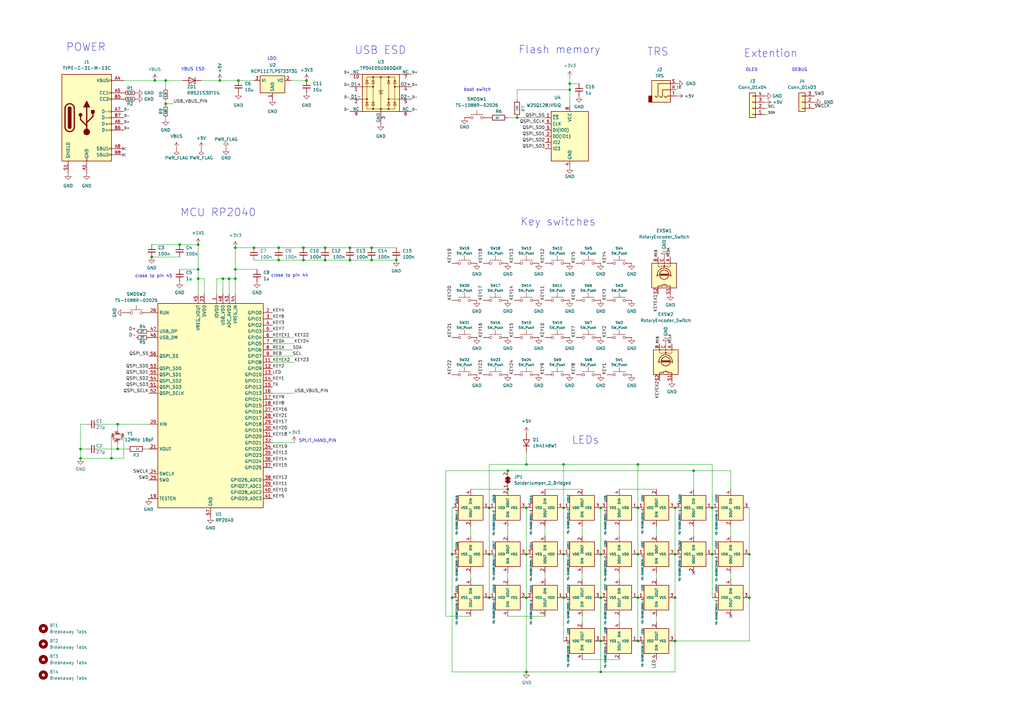
<source format=kicad_sch>
(kicad_sch (version 20250114) (generator "eeschema") (generator_version "9.0")
  (paper "A3")
  (title_block (title "Corne Left") (date "2023-10-07") (rev "4.0.0") (company "foostan"))
  (text "MCU RP2040" (at 73.914 89.154 0) (effects (font (size 3.175 3.175)) (justify left bottom)))
  (text "Key switches" (at 213.36 92.964 0) (effects (font (size 3.175 3.175)) (justify left bottom)))
  (text "OLED" (at 305.816 29.464 0) (effects (font (size 1.27 1.27)) (justify left bottom)))
  (text "close to pin 45" (at 55.372 114.046 0) (effects (font (size 1.27 1.27)) (justify left bottom)))
  (text "DEBUG" (at 324.739 29.464 0) (effects (font (size 1.27 1.27)) (justify left bottom)))
  (text "USB ESD" (at 145.415 22.606 0) (effects (font (size 3.175 3.175)) (justify left bottom)))
  (text "LDO" (at 109.601 24.892 0) (effects (font (size 1.27 1.27)) (justify left bottom)))
  (text "Flash memory" (at 212.598 22.352 0) (effects (font (size 3.175 3.175)) (justify left bottom)))
  (text "POWER\n" (at 27.051 21.336 0) (effects (font (size 3.175 3.175)) (justify left bottom)))
  (text "LEDs" (at 234.442 182.499 0) (effects (font (size 3.175 3.175)) (justify left bottom)))
  (text "Extention" (at 305.054 23.876 0) (effects (font (size 3.175 3.175)) (justify left bottom)))
  (text "TRS" (at 265.43 23.241 0) (effects (font (size 3.175 3.175)) (justify left bottom)))
  (text "VBUS ESD" (at 74.295 29.21 0) (effects (font (size 1.27 1.27)) (justify left bottom)))
  (text "SPLIT_HAND_PIN" (at 122.555 181.61 0) (effects (font (size 1.27 1.27)) (justify left bottom)))
  (text "boot switch" (at 190.119 37.592 0) (effects (font (size 1.27 1.27)) (justify left bottom)))
  (text "close to pin 44" (at 111.125 113.792 0) (effects (font (size 1.27 1.27)) (justify left bottom)))
  (junction (at 215.9 208.28))
  (junction (at 215.9 190.5))
  (junction (at 162.56 106.68))
  (junction (at 276.86 262.89))
  (junction (at 104.14 101.6))
  (junction (at 200.66 245.11))
  (junction (at 231.14 245.11))
  (junction (at 48.26 184.15))
  (junction (at 307.34 245.11))
  (junction (at 81.28 100.33))
  (junction (at 276.86 208.28))
  (junction (at 246.38 262.89))
  (junction (at 284.48 193.04))
  (junction (at 246.38 227.33))
  (junction (at 62.23 105.41))
  (junction (at 215.9 227.33))
  (junction (at 96.52 101.6))
  (junction (at 185.42 245.11))
  (junction (at 97.79 33.02))
  (junction (at 114.3 101.6))
  (junction (at 152.4 106.68))
  (junction (at 152.4 101.6))
  (junction (at 133.35 106.68))
  (junction (at 90.17 33.02))
  (junction (at 133.35 101.6))
  (junction (at 276.86 245.11))
  (junction (at 215.9 245.11))
  (junction (at 261.62 190.5))
  (junction (at 208.28 193.04))
  (junction (at 231.14 227.33))
  (junction (at 246.38 245.11))
  (junction (at 125.73 33.02))
  (junction (at 93.98 114.3))
  (junction (at 73.66 100.33))
  (junction (at 81.28 114.3))
  (junction (at 67.945 42.545))
  (junction (at 48.26 173.99))
  (junction (at 233.68 36.83))
  (junction (at 45.72 187.96))
  (junction (at 212.09 48.26))
  (junction (at 33.02 184.15))
  (junction (at 215.9 275.59))
  (junction (at 33.02 187.96))
  (junction (at 63.5 33.02))
  (junction (at 114.3 106.68))
  (junction (at 261.62 227.33))
  (junction (at 246.38 275.59))
  (junction (at 261.62 208.28))
  (junction (at 91.44 114.3))
  (junction (at 67.945 33.02))
  (junction (at 292.1 227.33))
  (junction (at 231.14 190.5))
  (junction (at 261.62 262.89))
  (junction (at 96.52 114.3))
  (junction (at 307.34 227.33))
  (junction (at 96.52 110.49))
  (junction (at 143.51 106.68))
  (junction (at 261.62 245.11))
  (junction (at 124.46 106.68))
  (junction (at 124.46 101.6))
  (junction (at 200.66 227.33))
  (junction (at 81.28 110.49))
  (junction (at 233.68 34.29))
  (junction (at 231.14 208.28))
  (junction (at 208.28 200.66))
  (junction (at 292.1 208.28))
  (junction (at 276.86 227.33))
  (junction (at 143.51 101.6))
  (junction (at 185.42 227.33))
  (junction (at 200.66 208.28))
  (junction (at 246.38 208.28))
  (no_connect (at 50.8 60.96))
  (no_connect (at 299.72 252.73))
  (no_connect (at 284.48 234.95))
  (no_connect (at 50.8 63.5))
  (wire (pts (xy 261.62 208.28) (xy 261.62 227.33)))
  (wire (pts (xy 91.44 114.3) (xy 93.98 114.3)))
  (wire (pts (xy 62.23 100.33) (xy 73.66 100.33)))
  (wire (pts (xy 96.52 110.49) (xy 105.41 110.49)))
  (wire (pts (xy 261.62 190.5) (xy 292.1 190.5)))
  (wire (pts (xy 233.68 34.29) (xy 233.68 36.83)))
  (wire (pts (xy 133.35 106.68) (xy 143.51 106.68)))
  (wire (pts (xy 185.42 227.33) (xy 185.42 245.11)))
  (wire (pts (xy 83.82 114.3) (xy 81.28 114.3)))
  (wire (pts (xy 233.68 36.83) (xy 233.68 43.18)))
  (wire (pts (xy 276.86 208.28) (xy 276.86 227.33)))
  (wire (pts (xy 111.76 138.43) (xy 120.65 138.43)))
  (wire (pts (xy 81.28 110.49) (xy 81.28 114.3)))
  (wire (pts (xy 33.02 187.96) (xy 45.72 187.96)))
  (wire (pts (xy 104.14 101.6) (xy 114.3 101.6)))
  (wire (pts (xy 299.72 234.95) (xy 299.72 237.49)))
  (wire (pts (xy 96.52 120.65) (xy 96.52 114.3)))
  (wire (pts (xy 185.42 275.59) (xy 215.9 275.59)))
  (wire (pts (xy 48.26 184.15) (xy 48.26 181.61)))
  (wire (pts (xy 231.14 245.11) (xy 231.14 262.89)))
  (wire (pts (xy 246.38 245.11) (xy 246.38 262.89)))
  (wire (pts (xy 208.28 48.26) (xy 212.09 48.26)))
  (wire (pts (xy 45.72 179.07) (xy 45.72 187.96)))
  (wire (pts (xy 246.38 227.33) (xy 246.38 245.11)))
  (wire (pts (xy 111.76 161.29) (xy 120.65 161.29)))
  (wire (pts (xy 67.945 33.02) (xy 74.93 33.02)))
  (wire (pts (xy 212.09 36.83) (xy 212.09 40.64)))
  (wire (pts (xy 143.51 106.68) (xy 152.4 106.68)))
  (wire (pts (xy 292.1 227.33) (xy 292.1 245.11)))
  (wire (pts (xy 254 270.51) (xy 238.76 270.51)))
  (wire (pts (xy 182.88 193.04) (xy 182.88 252.73)))
  (wire (pts (xy 114.3 101.6) (xy 124.46 101.6)))
  (wire (pts (xy 124.46 106.68) (xy 133.35 106.68)))
  (wire (pts (xy 182.88 193.04) (xy 208.28 193.04)))
  (wire (pts (xy 111.76 143.51) (xy 120.015 143.51)))
  (wire (pts (xy 261.62 190.5) (xy 261.62 208.28)))
  (wire (pts (xy 96.52 110.49) (xy 96.52 114.3)))
  (wire (pts (xy 314.96 44.45) (xy 313.69 44.45)))
  (wire (pts (xy 231.14 190.5) (xy 261.62 190.5)))
  (wire (pts (xy 208.28 193.04) (xy 284.48 193.04)))
  (wire (pts (xy 91.44 114.3) (xy 91.44 120.65)))
  (wire (pts (xy 299.72 193.04) (xy 299.72 200.66)))
  (wire (pts (xy 33.02 184.15) (xy 33.02 187.96)))
  (wire (pts (xy 238.76 219.71) (xy 238.76 215.9)))
  (wire (pts (xy 59.69 184.15) (xy 60.96 184.15)))
  (wire (pts (xy 96.52 101.6) (xy 104.14 101.6)))
  (wire (pts (xy 254 215.9) (xy 254 219.71)))
  (wire (pts (xy 238.76 237.49) (xy 238.76 234.95)))
  (wire (pts (xy 215.9 208.28) (xy 215.9 227.33)))
  (wire (pts (xy 40.64 184.15) (xy 48.26 184.15)))
  (wire (pts (xy 215.9 245.11) (xy 215.9 275.59)))
  (wire (pts (xy 81.28 100.33) (xy 81.28 110.49)))
  (wire (pts (xy 73.66 110.49) (xy 81.28 110.49)))
  (wire (pts (xy 67.945 42.545) (xy 67.945 43.18)))
  (wire (pts (xy 124.46 101.6) (xy 133.35 101.6)))
  (wire (pts (xy 111.76 140.97) (xy 120.65 140.97)))
  (wire (pts (xy 208.28 219.71) (xy 208.28 215.9)))
  (wire (pts (xy 40.64 173.99) (xy 48.26 173.99)))
  (wire (pts (xy 276.86 275.59) (xy 246.38 275.59)))
  (wire (pts (xy 200.66 190.5) (xy 200.66 208.28)))
  (wire (pts (xy 215.9 275.59) (xy 246.38 275.59)))
  (wire (pts (xy 269.24 215.9) (xy 269.24 219.71)))
  (wire (pts (xy 81.28 120.65) (xy 81.28 114.3)))
  (wire (pts (xy 233.68 31.75) (xy 233.68 34.29)))
  (wire (pts (xy 215.9 190.5) (xy 231.14 190.5)))
  (wire (pts (xy 292.1 208.28) (xy 292.1 227.33)))
  (wire (pts (xy 238.76 252.73) (xy 238.76 255.27)))
  (wire (pts (xy 231.14 227.33) (xy 231.14 245.11)))
  (wire (pts (xy 238.76 200.66) (xy 223.52 200.66)))
  (wire (pts (xy 93.98 114.3) (xy 93.98 120.65)))
  (wire (pts (xy 223.52 234.95) (xy 223.52 237.49)))
  (wire (pts (xy 208.28 200.66) (xy 193.04 200.66)))
  (wire (pts (xy 33.02 184.15) (xy 35.56 184.15)))
  (wire (pts (xy 90.17 33.02) (xy 97.79 33.02)))
  (wire (pts (xy 83.82 120.65) (xy 83.82 114.3)))
  (wire (pts (xy 208.28 252.73) (xy 223.52 252.73)))
  (wire (pts (xy 97.79 33.02) (xy 104.14 33.02)))
  (wire (pts (xy 88.9 114.3) (xy 91.44 114.3)))
  (wire (pts (xy 133.35 101.6) (xy 143.51 101.6)))
  (wire (pts (xy 254 234.95) (xy 254 237.49)))
  (wire (pts (xy 193.04 215.9) (xy 193.04 219.71)))
  (wire (pts (xy 314.96 46.99) (xy 313.69 46.99)))
  (wire (pts (xy 48.26 184.15) (xy 52.07 184.15)))
  (wire (pts (xy 233.68 34.29) (xy 237.49 34.29)))
  (wire (pts (xy 307.34 227.33) (xy 307.34 245.11)))
  (wire (pts (xy 50.8 187.96) (xy 45.72 187.96)))
  (wire (pts (xy 284.48 215.9) (xy 284.48 219.71)))
  (wire (pts (xy 269.24 234.95) (xy 269.24 237.49)))
  (wire (pts (xy 67.945 41.275) (xy 67.945 42.545)))
  (wire (pts (xy 96.52 101.6) (xy 96.52 110.49)))
  (wire (pts (xy 307.34 208.28) (xy 307.34 227.33)))
  (wire (pts (xy 246.38 262.89) (xy 246.38 275.59)))
  (wire (pts (xy 215.9 190.5) (xy 200.66 190.5)))
  (wire (pts (xy 71.12 42.545) (xy 67.945 42.545)))
  (wire (pts (xy 152.4 106.68) (xy 162.56 106.68)))
  (wire (pts (xy 223.52 219.71) (xy 223.52 215.9)))
  (wire (pts (xy 152.4 101.6) (xy 162.56 101.6)))
  (wire (pts (xy 88.9 114.3) (xy 88.9 120.65)))
  (wire (pts (xy 292.1 190.5) (xy 292.1 208.28)))
  (wire (pts (xy 73.66 100.33) (xy 81.28 100.33)))
  (wire (pts (xy 63.5 33.02) (xy 67.945 33.02)))
  (wire (pts (xy 96.52 114.3) (xy 93.98 114.3)))
  (wire (pts (xy 233.68 36.83) (xy 212.09 36.83)))
  (wire (pts (xy 276.86 245.11) (xy 276.86 262.89)))
  (wire (pts (xy 261.62 227.33) (xy 261.62 245.11)))
  (wire (pts (xy 67.945 36.195) (xy 67.945 33.02)))
  (wire (pts (xy 269.24 252.73) (xy 269.24 255.27)))
  (wire (pts (xy 231.14 208.28) (xy 231.14 227.33)))
  (wire (pts (xy 111.76 146.05) (xy 120.015 146.05)))
  (wire (pts (xy 48.26 173.99) (xy 60.96 173.99)))
  (wire (pts (xy 284.48 193.04) (xy 299.72 193.04)))
  (wire (pts (xy 50.8 179.07) (xy 50.8 187.96)))
  (wire (pts (xy 212.09 48.26) (xy 223.52 48.26)))
  (wire (pts (xy 50.8 33.02) (xy 63.5 33.02)))
  (wire (pts (xy 208.28 237.49) (xy 208.28 234.95)))
  (wire (pts (xy 114.3 106.68) (xy 124.46 106.68)))
  (wire (pts (xy 276.86 227.33) (xy 276.86 245.11)))
  (wire (pts (xy 185.42 245.11) (xy 185.42 275.59)))
  (wire (pts (xy 143.51 101.6) (xy 152.4 101.6)))
  (wire (pts (xy 193.04 234.95) (xy 193.04 237.49)))
  (wire (pts (xy 284.48 193.04) (xy 284.48 200.66)))
  (wire (pts (xy 67.945 48.26) (xy 67.945 48.895)))
  (wire (pts (xy 254 200.66) (xy 269.24 200.66)))
  (wire (pts (xy 246.38 208.28) (xy 246.38 227.33)))
  (wire (pts (xy 276.86 262.89) (xy 276.86 275.59)))
  (wire (pts (xy 82.55 33.02) (xy 90.17 33.02)))
  (wire (pts (xy 215.9 227.33) (xy 215.9 245.11)))
  (wire (pts (xy 193.04 252.73) (xy 182.88 252.73)))
  (wire (pts (xy 276.86 262.89) (xy 307.34 262.89)))
  (wire (pts (xy 48.26 176.53) (xy 48.26 173.99)))
  (wire (pts (xy 299.72 215.9) (xy 299.72 219.71)))
  (wire (pts (xy 185.42 208.28) (xy 185.42 227.33)))
  (wire (pts (xy 215.9 185.42) (xy 215.9 190.5)))
  (wire (pts (xy 62.23 105.41) (xy 73.66 105.41)))
  (wire (pts (xy 104.14 106.68) (xy 114.3 106.68)))
  (wire (pts (xy 33.02 173.99) (xy 33.02 184.15)))
  (wire (pts (xy 111.76 181.61) (xy 120.65 181.61)))
  (wire (pts (xy 200.66 208.28) (xy 200.66 227.33)))
  (wire (pts (xy 111.76 148.59) (xy 120.65 148.59)))
  (wire (pts (xy 307.34 262.89) (xy 307.34 245.11)))
  (wire (pts (xy 254 252.73) (xy 254 255.27)))
  (wire (pts (xy 119.38 33.02) (xy 125.73 33.02)))
  (wire (pts (xy 35.56 173.99) (xy 33.02 173.99)))
  (wire (pts (xy 200.66 227.33) (xy 200.66 245.11)))
  (wire (pts (xy 261.62 245.11) (xy 261.62 262.89)))
  (wire (pts (xy 231.14 190.5) (xy 231.14 208.28)))
  (label "KEY8" (at 111.76 166.37 0))
  (label "KEY9" (at 111.76 163.83 0))
  (label "KEY8" (at 236.22 153.67 90))
  (label "QSPI_SD2" (at 60.96 156.21 180))
  (label "SCL" (at 314.96 44.45 0) (effects (font (size 1 1))))
  (label "USB_VBUS_PIN" (at 120.65 161.29 0))
  (label "KEY3" (at 248.92 123.19 90))
  (label "QSPI_SCLK" (at 60.96 161.29 180))
  (label "RE1A" (at 111.76 143.51 0))
  (label "KEY2" (at 111.76 151.13 0))
  (label "D+" (at 55.88 135.89 180))
  (label "D+" (at 168.91 35.56 0) (effects (font (size 1 1))))
  (label "REB" (at 111.76 146.05 0))
  (label "D-" (at 55.88 138.43 180))
  (label "QSPI_SS" (at 223.52 48.26 180))
  (label "SDA" (at 314.96 46.99 0) (effects (font (size 1 1))))
  (label "D+" (at 143.51 30.48 180) (effects (font (size 1 1))))
  (label "REB" (at 270.51 140.97 90) (effects (font (size 1 1))))
  (label "KEY5" (at 236.22 107.95 90))
  (label "RE0A" (at 274.955 105.41 90) (effects (font (size 1 1))))
  (label "LED" (at 111.76 153.67 0))
  (label "KEY21" (at 185.42 138.43 90))
  (label "KEY17" (at 111.76 173.99 0))
  (label "KEY22" (at 185.42 153.67 90))
  (label "KEY1" (at 111.76 156.21 0))
  (label "TX" (at 111.76 158.75 0))
  (label "KEY5" (at 111.76 204.47 0))
  (label "D+" (at 50.8 50.8 0) (effects (font (size 1 1))))
  (label "KEY16" (at 111.76 168.91 0))
  (label "KEY3" (at 111.76 133.35 0))
  (label "KEY23" (at 198.12 153.67 90))
  (label "KEYEX2" (at 111.76 148.59 0))
  (label "D+" (at 143.51 35.56 180) (effects (font (size 1 1))))
  (label "KEY17" (at 198.12 123.19 90))
  (label "KEY10" (at 111.76 201.93 0))
  (label "D-" (at 50.8 48.26 0) (effects (font (size 1 1))))
  (label "QSPI_SD1" (at 60.96 153.67 180))
  (label "KEY4" (at 111.76 128.27 0))
  (label "QSPI_SD0" (at 223.52 53.34 180))
  (label "KEY20" (at 111.76 176.53 0))
  (label "QSPI_SD1" (at 223.52 55.88 180))
  (label "SWCLK" (at 334.01 44.45 0))
  (label "D+" (at 168.91 30.48 0) (effects (font (size 1 1))))
  (label "SCL" (at 120.015 146.05 0))
  (label "QSPI_SCLK" (at 223.52 50.8 180))
  (label "D-" (at 168.91 45.72 0) (effects (font (size 1 1))))
  (label "KEY20" (at 185.42 123.19 90))
  (label "KEY4" (at 248.92 107.95 90))
  (label "KEY11" (at 111.76 199.39 0))
  (label "KEY14" (at 111.76 189.23 0))
  (label "TX" (at 277.495 36.83 0) (effects (font (size 1 1))))
  (label "RE0A" (at 111.76 140.97 0))
  (label "D+" (at 50.8 53.34 0) (effects (font (size 1 1))))
  (label "KEY18" (at 198.12 107.95 90))
  (label "QSPI_SS" (at 60.96 146.05 180))
  (label "KEYEX1" (at 269.875 120.65 270))
  (label "KEY7" (at 236.22 138.43 90))
  (label "USB_VBUS_PIN" (at 71.12 42.545 0))
  (label "KEY14" (at 210.82 123.19 90))
  (label "RE1A" (at 275.59 140.97 90) (effects (font (size 1 1))))
  (label "SWCLK" (at 60.96 194.31 180))
  (label "KEY1" (at 248.92 153.67 90))
  (label "KEY2" (at 248.92 138.43 90))
  (label "QSPI_SD2" (at 223.52 58.42 180))
  (label "QSPI_SD3" (at 223.52 60.96 180))
  (label "SWD" (at 334.01 39.37 0))
  (label "KEY24" (at 120.65 140.97 0))
  (label "KEY13" (at 111.76 186.69 0))
  (label "KEY18" (at 111.76 179.07 0))
  (label "KEY7" (at 111.76 135.89 0))
  (label "KEY6" (at 236.22 123.19 90))
  (label "D-" (at 168.91 40.64 0) (effects (font (size 1 1))))
  (label "KEY9" (at 223.52 153.67 90))
  (label "KEY15" (at 111.76 191.77 0))
  (label "KEY13" (at 210.82 107.95 90))
  (label "KEYEX2" (at 270.51 156.21 270))
  (label "KEY15" (at 210.82 138.43 90))
  (label "KEY10" (at 223.52 138.43 90))
  (label "SDA" (at 120.015 143.51 0))
  (label "KEY23" (at 120.65 148.59 0))
  (label "D-" (at 143.51 40.64 180) (effects (font (size 1 1))))
  (label "LED" (at 269.24 270.51 270))
  (label "KEYEX1" (at 111.76 138.43 0))
  (label "KEY12" (at 223.52 107.95 90))
  (label "D-" (at 143.51 45.72 180) (effects (font (size 1 1))))
  (label "SWD" (at 60.96 196.85 180))
  (label "KEY24" (at 210.82 153.67 90))
  (label "D-" (at 50.8 45.72 0) (effects (font (size 1 1))))
  (label "KEY6" (at 111.76 130.81 0))
  (label "REB" (at 269.875 105.41 90) (effects (font (size 1 1))))
  (label "KEY19" (at 111.76 184.15 0))
  (label "KEY22" (at 120.65 138.43 0))
  (label "KEY16" (at 198.12 138.43 90))
  (label "QSPI_SD3" (at 60.96 158.75 180))
  (label "KEY19" (at 185.42 107.95 90))
  (label "QSPI_SD0" (at 60.96 151.13 180))
  (label "KEY11" (at 223.52 123.19 90))
  (label "KEY12" (at 111.76 196.85 0))
  (label "KEY21" (at 111.76 171.45 0))
  (symbol (lib_id "power:GND") (at 55.88 38.1 90) (unit 1)
    (property "Reference" "#PWR05" (effects (hide yes)))
    (property "Value" "GND" (at 59.055 38.1 90) (effects (justify right)))
  )
  (symbol (lib_id "power:GND") (at 233.68 153.67 0) (unit 1)
    (property "Reference" "#PWR044" (effects (hide yes)))
    (property "Value" "GND" (at 233.68 158.115 0))
  )
  (symbol (lib_id "power:GND") (at 195.58 138.43 0) (unit 1)
    (property "Reference" "#PWR030" (effects (hide yes)))
    (property "Value" "GND" (at 195.58 142.875 0))
  )
  (symbol (lib_id "power:GND") (at 273.05 140.97 180) (unit 1)
    (property "Reference" "#PWR055" (effects (hide yes)))
    (property "Value" "GND" (at 273.05 135.89 90))
  )
  (symbol (lib_id "power:GND") (at 55.88 40.64 90) (unit 1)
    (property "Reference" "#PWR06" (effects (hide yes)))
    (property "Value" "GND" (at 59.055 40.64 90) (effects (justify right)))
  )
  (symbol (lib_id "kbd_local:YS-SK6812MINI-E") (at 208.28 227.33 90) (unit 1)
    (property "Reference" "LED17" (at 202.565 225.425 0) (effects (font (size 0.7366 0.7366)) (justify left)))
    (property "Value" "YS-SK6812MINI-E" (at 202.565 238.125 0) (effects (font (size 0.7366 0.7366)) (justify left)))
    (property "Footprint" "kbd_local:YS-SK6812MINI-E" (effects (hide yes)))
  )
  (symbol (lib_id "Device:R_Small") (at 58.42 135.89 90) (unit 1)
    (property "Reference" "R4" (at 58.42 133.985 90))
    (property "Value" "27" (at 58.42 135.89 90) (effects (font (size 0.762 0.762))))
    (property "Footprint" "Resistor_SMD:R_0402_1005Metric" (effects (hide yes)))
  )
  (symbol (lib_id "Switch:SW_Push") (at 241.3 107.95 0) (unit 1)
    (property "Reference" "SW5" (at 241.3 101.854 0) (effects (font (size 1 1))))
    (property "Value" "SW_Push" (at 241.3 103.886 0) (effects (font (size 1 1))))
    (property "Footprint" "kbd:keyswitch_cherrymx_hotswap_1u" (effects (hide yes)))
  )
  (symbol (lib_id "power:+3V3") (at 233.68 31.75 0) (unit 1)
    (property "Reference" "#PWR039" (effects (hide yes)))
    (property "Value" "+3V3" (at 233.68 26.924 0))
  )
  (symbol (lib_id "kbd_local:YS-SK6812MINI-E") (at 254 227.33 270) (unit 1)
    (property "Reference" "LED6" (at 248.285 221.615 0) (effects (font (size 0.7366 0.7366)) (justify left)))
    (property "Value" "YS-SK6812MINI-E" (at 248.285 227.965 0) (effects (font (size 0.7366 0.7366)) (justify left)))
    (property "Footprint" "kbd_local:YS-SK6812MINI-E" (effects (hide yes)))
  )
  (symbol (lib_id "power:GND") (at 208.28 123.19 0) (unit 1)
    (property "Reference" "#PWR032" (effects (hide yes)))
    (property "Value" "GND" (at 208.28 127.635 0))
  )
  (symbol (lib_id "kbd_local:YS-SK6812MINI-E") (at 269.24 208.28 90) (unit 1)
    (property "Reference" "LED4" (at 263.525 205.74 0) (effects (font (size 0.7366 0.7366)) (justify left)))
    (property "Value" "YS-SK6812MINI-E" (at 263.525 219.075 0) (effects (font (size 0.7366 0.7366)) (justify left)))
    (property "Footprint" "kbd_local:YS-SK6812MINI-E" (effects (hide yes)))
  )
  (symbol (lib_id "power:GND") (at 220.98 138.43 0) (unit 1)
    (property "Reference" "#PWR038" (effects (hide yes)))
    (property "Value" "GND" (at 220.98 142.875 0))
  )
  (symbol (lib_name "SW_Push_1") (lib_id "Switch:SW_Push") (at 254 107.95 0) (unit 1)
    (property "Reference" "SW4" (at 254 101.854 0) (effects (font (size 1 1))))
    (property "Value" "SW_Push" (at 254 103.886 0) (effects (font (size 1 1))))
    (property "Footprint" "kbd:keyswitch_cherrymx_hotswap_1u" (effects (hide yes)))
  )
  (symbol (lib_id "power:+3V3") (at 125.73 33.02 0) (unit 1)
    (property "Reference" "#PWR023" (effects (hide yes)))
    (property "Value" "+3V3" (at 125.73 28.702 0))
  )
  (symbol (lib_id "Switch:SW_Push") (at 215.9 153.67 0) (unit 1)
    (property "Reference" "SW24" (at 215.9 147.574 0) (effects (font (size 1 1))))
    (property "Value" "SW_Push" (at 215.9 149.606 0) (effects (font (size 1 1))))
    (property "Footprint" "kbd:keyswitch_cherrymx_hotswap_1u" (effects (hide yes)))
  )
  (symbol (lib_id "Device:R_Small") (at 67.945 45.72 0) (unit 1)
    (property "Reference" "R9" (at 66.04 45.72 90))
    (property "Value" "10K" (at 67.945 45.72 90) (effects (font (size 0.762 0.762))))
    (property "Footprint" "Resistor_SMD:R_0402_1005Metric" (effects (hide yes)))
  )
  (symbol (lib_id "power:GND") (at 233.68 123.19 0) (unit 1)
    (property "Reference" "#PWR042" (effects (hide yes)))
    (property "Value" "GND" (at 233.68 127.635 0))
  )
  (symbol (lib_id "Switch:SW_Push") (at 228.6 107.95 0) (unit 1)
    (property "Reference" "SW12" (at 228.6 101.854 0) (effects (font (size 1 1))))
    (property "Value" "SW_Push" (at 228.6 103.886 0) (effects (font (size 1 1))))
    (property "Footprint" "kbd:keyswitch_cherrymx_hotswap_1u" (effects (hide yes)))
  )
  (symbol (lib_id "Switch:SW_Push") (at 241.3 138.43 0) (unit 1)
    (property "Reference" "SW7" (at 241.3 132.334 0) (effects (font (size 1 1))))
    (property "Value" "SW_Push" (at 241.3 134.366 0) (effects (font (size 1 1))))
    (property "Footprint" "kbd:keyswitch_cherrymx_hotswap_1u" (effects (hide yes)))
  )
  (symbol (lib_id "power:VBUS") (at 72.39 60.96 0) (unit 1)
    (property "Reference" "#PWR011" (effects (hide yes)))
    (property "Value" "VBUS" (at 72.39 55.88 0))
  )
  (symbol (lib_id "Switch:SW_Push") (at 203.2 153.67 0) (unit 1)
    (property "Reference" "SW23" (at 203.2 147.574 0) (effects (font (size 1 1))))
    (property "Value" "SW_Push" (at 203.2 149.606 0) (effects (font (size 1 1))))
    (property "Footprint" "kbd:keyswitch_cherrymx_hotswap_1u" (effects (hide yes)))
  )
  (symbol (lib_id "MCU_RaspberryPi:RP2040") (at 86.36 166.37 0) (unit 1)
    (property "Reference" "U1" (at 88.3159 210.82 0) (effects (justify left)))
    (property "Value" "RP2040" (at 88.3159 213.36 0) (effects (justify left)))
    (property "Footprint" "Package_DFN_QFN:QFN-56-1EP_7x7mm_P0.4mm_EP3.2x3.2mm" (effects (hide yes)))
    (property "Datasheet" "https://datasheets.raspberrypi.com/rp2040/rp2040-datasheet.pdf" (effects (hide yes)))
    (property "JLCPCB Part #" "C2040" (effects (hide yes)))
  )
  (symbol (lib_id "power:GND") (at 35.56 71.12 0) (unit 1)
    (property "Reference" "#PWR03" (effects (hide yes)))
    (property "Value" "GND" (at 35.56 76.2 0))
  )
  (symbol (lib_id "Switch:SW_Push") (at 190.5 138.43 0) (unit 1)
    (property "Reference" "SW21" (at 190.5 132.334 0) (effects (font (size 1 1))))
    (property "Value" "SW_Push" (at 190.5 134.366 0) (effects (font (size 1 1))))
    (property "Footprint" "kbd:keyswitch_cherrymx_hotswap_1u" (effects (hide yes)))
  )
  (symbol (lib_id "power:GND") (at 259.08 138.43 0) (unit 1)
    (property "Reference" "#PWR052" (effects (hide yes)))
    (property "Value" "GND" (at 259.08 142.875 0))
  )
  (symbol (lib_id "kbd_local:YS-SK6812MINI-E") (at 208.28 208.28 90) (unit 1)
    (property "Reference" "LED18" (at 202.565 206.375 0) (effects (font (size 0.7366 0.7366)) (justify left)))
    (property "Value" "YS-SK6812MINI-E" (at 202.565 219.71 0) (effects (font (size 0.7366 0.7366)) (justify left)))
    (property "Footprint" "kbd_local:YS-SK6812MINI-E" (effects (hide yes)))
  )
  (symbol (lib_id "power:GND") (at 215.9 275.59 0) (unit 1)
    (property "Reference" "#PWR035" (effects (hide yes)))
    (property "Value" "GND" (at 216.027 279.9842 0))
  )
  (symbol (lib_id "Switch:SW_Push") (at 190.5 107.95 0) (unit 1)
    (property "Reference" "SW19" (at 190.5 101.854 0) (effects (font (size 1 1))))
    (property "Value" "SW_Push" (at 190.5 103.886 0) (effects (font (size 1 1))))
    (property "Footprint" "kbd:keyswitch_cherrymx_hotswap_1u" (effects (hide yes)))
  )
  (symbol (lib_id "power:GND") (at 105.41 115.57 0) (unit 1)
    (property "Reference" "#PWR020" (effects (hide yes)))
    (property "Value" "GND" (at 105.41 120.015 0))
  )
  (symbol (lib_id "kbd_local:YS-SK6812MINI-E") (at 238.76 227.33 90) (unit 1)
    (property "Reference" "LED11" (at 233.045 225.425 0) (effects (font (size 0.7366 0.7366)) (justify left)))
    (property "Value" "YS-SK6812MINI-E" (at 233.045 238.125 0) (effects (font (size 0.7366 0.7366)) (justify left)))
    (property "Footprint" "kbd_local:YS-SK6812MINI-E" (effects (hide yes)))
  )
  (symbol (lib_id "kbd_local:YS-SK6812MINI-E") (at 269.24 245.11 90) (unit 1)
    (property "Reference" "LED2" (at 263.525 242.57 0) (effects (font (size 0.7366 0.7366)) (justify left)))
    (property "Value" "YS-SK6812MINI-E" (at 263.525 255.905 0) (effects (font (size 0.7366 0.7366)) (justify left)))
    (property "Footprint" "kbd_local:YS-SK6812MINI-E" (effects (hide yes)))
  )
  (symbol (lib_id "Diode:1N4148WT") (at 215.9 181.61 90) (unit 1)
    (property "Reference" "D1" (at 218.44 180.34 90) (effects (justify right)))
    (property "Value" "1N4148WT" (at 218.44 182.88 90) (effects (justify right)))
    (property "Footprint" "Diode_SMD:D_SOD-523" (effects (hide yes)))
    (property "Datasheet" "https://www.diodes.com/assets/Datasheets/ds30396.pdf" (effects (hide yes)))
    (property "JLCPCB Part #" "C232841" (effects (hide yes)))
  )
  (symbol (lib_id "power:GND") (at 195.58 107.95 0) (unit 1)
    (property "Reference" "#PWR028" (effects (hide yes)))
    (property "Value" "GND" (at 195.58 112.395 0))
  )
  (symbol (lib_id "kbd_local:YS-SK6812MINI-E") (at 284.48 227.33 270) (unit 1)
    (property "Reference" "EXLED2" (at 278.765 221.615 0) (effects (font (size 0.7366 0.7366)) (justify left)))
    (property "Value" "YS-SK6812MINI-E" (at 278.765 227.965 0) (effects (font (size 0.7366 0.7366)) (justify left)))
    (property "Footprint" "kbd_local:YS-SK6812MINI-E" (effects (hide yes)))
  )
  (symbol (lib_id "Switch:SW_Push") (at 241.3 123.19 0) (unit 1)
    (property "Reference" "SW6" (at 241.3 117.094 0) (effects (font (size 1 1))))
    (property "Value" "SW_Push" (at 241.3 119.126 0) (effects (font (size 1 1))))
    (property "Footprint" "kbd:keyswitch_cherrymx_hotswap_1u" (effects (hide yes)))
  )
  (symbol (lib_id "power:+5V") (at 313.69 41.91 270) (unit 1)
    (property "Reference" "#PWR061" (effects (hide yes)))
    (property "Value" "+5V" (at 316.865 41.91 90) (effects (justify left)))
  )
  (symbol (lib_id "Device:C_Small") (at 38.1 184.15 270) (unit 1)
    (property "Reference" "C2" (at 39.37 182.88 90) (effects (justify left)))
    (property "Value" "27p" (at 39.37 185.42 90) (effects (justify left)))
    (property "Footprint" "Capacitor_SMD:C_0402_1005Metric" (effects (hide yes)))
  )
  (symbol (lib_id "power:GND") (at 220.98 123.19 0) (unit 1)
    (property "Reference" "#PWR037" (effects (hide yes)))
    (property "Value" "GND" (at 220.98 127.635 0))
  )
  (symbol (lib_id "kbd_local:YS-SK6812MINI-E") (at 254 208.28 270) (unit 1)
    (property "Reference" "LED5" (at 248.285 203.2 0) (effects (font (size 0.7366 0.7366)) (justify left)))
    (property "Value" "YS-SK6812MINI-E" (at 248.285 208.915 0) (effects (font (size 0.7366 0.7366)) (justify left)))
    (property "Footprint" "kbd_local:YS-SK6812MINI-E" (effects (hide yes)))
  )
  (symbol (lib_id "Switch:SW_Push") (at 254 153.67 0) (unit 1)
    (property "Reference" "SW1" (at 254 147.574 0) (effects (font (size 1 1))))
    (property "Value" "SW_Push" (at 254 149.606 0) (effects (font (size 1 1))))
    (property "Footprint" "kbd:keyswitch_cherrymx_hotswap_1.5u" (effects (hide yes)))
  )
  (symbol (lib_id "Switch:SW_Push") (at 215.9 123.19 0) (unit 1)
    (property "Reference" "SW14" (at 215.9 117.094 0) (effects (font (size 1 1))))
    (property "Value" "SW_Push" (at 215.9 119.126 0) (effects (font (size 1 1))))
    (property "Footprint" "kbd:keyswitch_cherrymx_hotswap_1u" (effects (hide yes)))
  )
  (symbol (lib_id "Mechanical:MountingHole") (at 17.78 264.16 0) (unit 1)
    (property "Reference" "BT2" (at 20.32 262.89 0) (effects (justify left)))
    (property "Value" "Breakaway Tabs" (at 20.32 265.43 0) (effects (justify left)))
    (property "Footprint" "kbd_local:Breakaway_Tabs" (effects (hide yes)))
  )
  (symbol (lib_id "Switch:SW_Push") (at 203.2 123.19 0) (unit 1)
    (property "Reference" "SW17" (at 203.2 117.094 0) (effects (font (size 1 1))))
    (property "Value" "SW_Push" (at 203.2 119.126 0) (effects (font (size 1 1))))
    (property "Footprint" "kbd:keyswitch_cherrymx_hotswap_1u" (effects (hide yes)))
  )
  (symbol (lib_id "kbd_local:YS-SK6812MINI-E") (at 223.52 208.28 270) (unit 1)
    (property "Reference" "LED13" (at 217.805 203.2 0) (effects (font (size 0.7366 0.7366)) (justify left)))
    (property "Value" "YS-SK6812MINI-E" (at 217.805 208.915 0) (effects (font (size 0.7366 0.7366)) (justify left)))
    (property "Footprint" "kbd_local:YS-SK6812MINI-E" (effects (hide yes)))
  )
  (symbol (lib_id "kbd_local:YS-SK6812MINI-E") (at 193.04 245.11 270) (unit 1)
    (property "Reference" "LED21" (at 187.325 240.03 0) (effects (font (size 0.7366 0.7366)) (justify left)))
    (property "Value" "YS-SK6812MINI-E" (at 187.325 245.745 0) (effects (font (size 0.7366 0.7366)) (justify left)))
    (property "Footprint" "kbd_local:YS-SK6812MINI-E" (effects (hide yes)))
  )
  (symbol (lib_id "power:GND") (at 220.98 107.95 0) (unit 1)
    (property "Reference" "#PWR036" (effects (hide yes)))
    (property "Value" "GND" (at 220.98 112.395 0))
  )
  (symbol (lib_id "power:GND") (at 233.68 68.58 0) (unit 1)
    (property "Reference" "#PWR040" (effects (hide yes)))
    (property "Value" "GND" (at 233.68 72.39 0))
  )
  (symbol (lib_id "Device:R_Small") (at 67.945 38.735 0) (unit 1)
    (property "Reference" "R8" (at 66.04 38.735 90))
    (property "Value" "5.6k" (at 67.945 38.735 90) (effects (font (size 0.762 0.762))))
    (property "Footprint" "Resistor_SMD:R_0402_1005Metric" (effects (hide yes)))
  )
  (symbol (lib_id "power:GND") (at 334.01 41.91 90) (unit 1)
    (property "Reference" "#PWR062" (effects (hide yes)))
    (property "Value" "GND" (at 337.82 41.91 90) (effects (justify right)))
  )
  (symbol (lib_id "power:GND") (at 33.02 187.96 0) (unit 1)
    (property "Reference" "#PWR02" (effects (hide yes)))
    (property "Value" "GND" (at 33.02 192.405 0))
  )
  (symbol (lib_id "power:GND") (at 50.8 128.27 270) (unit 1)
    (property "Reference" "#PWR04" (effects (hide yes)))
    (property "Value" "GND" (at 46.99 128.27 0))
  )
  (symbol (lib_id "kbd_local:YS-SK6812MINI-E") (at 223.52 227.33 270) (unit 1)
    (property "Reference" "LED14" (at 217.805 222.25 0) (effects (font (size 0.7366 0.7366)) (justify left)))
    (property "Value" "YS-SK6812MINI-E" (at 217.805 227.965 0) (effects (font (size 0.7366 0.7366)) (justify left)))
    (property "Footprint" "kbd_local:YS-SK6812MINI-E" (effects (hide yes)))
  )
  (symbol (lib_id "power:+3V3") (at 96.52 101.6 0) (unit 1)
    (property "Reference" "#PWR018" (effects (hide yes)))
    (property "Value" "+3V3" (at 96.52 96.52 0))
  )
  (symbol (lib_id "Power_Protection:TPD4EUSB30") (at 156.21 38.1 0) (unit 1)
    (property "Reference" "U3" (at 156.21 25.4 0))
    (property "Value" "TPD4E05U06DQAR" (at 156.21 27.94 0))
    (property "Footprint" "Package_SON:USON-10_2.5x1.0mm_P0.5mm" (effects (hide yes)))
    (property "Datasheet" "http://www.ti.com/lit/ds/symlink/tpd2eusb30a.pdf" (effects (hide yes)))
    (property "JLCPCB Part #" "C138714" (effects (hide yes)))
  )
  (symbol (lib_id "kbd_local:YS-SK6812MINI-E") (at 299.72 227.33 90) (mirror x) (unit 1)
    (property "Reference" "LED23" (at 293.878 221.742 0) (effects (font (size 0.7366 0.7366)) (justify left)))
    (property "Value" "YS-SK6812MINI-E" (at 293.878 228.092 0) (effects (font (size 0.7366 0.7366)) (justify left)))
    (property "Footprint" "kbd_local:YS-SK6812MINI-E" (effects (hide yes)))
  )
  (symbol (lib_id "power:PWR_FLAG") (at 92.71 60.96 0) (unit 1)
    (property "Reference" "#FLG03" (effects (hide yes)))
    (property "Value" "PWR_FLAG" (at 92.71 57.15 0))
  )
  (symbol (lib_id "kbd_local:YS-SK6812MINI-E") (at 193.04 208.28 270) (unit 1)
    (property "Reference" "LED19" (at 187.325 203.2 0) (effects (font (size 0.7366 0.7366)) (justify left)))
    (property "Value" "YS-SK6812MINI-E" (at 187.325 208.915 0) (effects (font (size 0.7366 0.7366)) (justify left)))
    (property "Footprint" "kbd_local:YS-SK6812MINI-E" (effects (hide yes)))
  )
  (symbol (lib_id "power:GND") (at 195.58 153.67 0) (unit 1)
    (property "Reference" "#PWR057" (effects (hide yes)))
    (property "Value" "GND" (at 195.58 158.115 0))
  )
  (symbol (lib_id "Switch:SW_Push") (at 203.2 138.43 0) (unit 1)
    (property "Reference" "SW16" (at 203.2 132.334 0) (effects (font (size 1 1))))
    (property "Value" "SW_Push" (at 203.2 134.366 0) (effects (font (size 1 1))))
    (property "Footprint" "kbd:keyswitch_cherrymx_hotswap_1u" (effects (hide yes)))
  )
  (symbol (lib_id "power:GND") (at 67.945 48.895 0) (unit 1)
    (property "Reference" "#PWR010" (effects (hide yes)))
    (property "Value" "GND" (at 67.945 53.34 0))
  )
  (symbol (lib_id "Switch:SW_Push") (at 215.9 138.43 0) (unit 1)
    (property "Reference" "SW15" (at 215.9 132.334 0) (effects (font (size 1 1))))
    (property "Value" "SW_Push" (at 215.9 134.366 0) (effects (font (size 1 1))))
    (property "Footprint" "kbd:keyswitch_cherrymx_hotswap_1u" (effects (hide yes)))
  )
  (symbol (lib_id "Device:RotaryEncoder_Switch") (at 273.05 148.59 270) (unit 1)
    (property "Reference" "EXSW2" (at 273.05 128.905 90))
    (property "Value" "RotaryEncoder_Switch" (at 273.05 131.445 90))
    (property "Footprint" "kbd_local:keyswitch_cherrymx_hotswap_1u_rotary_encoder_ec12" (effects (hide yes)))
  )
  (symbol (lib_id "Switch:SW_Push") (at 203.2 107.95 0) (unit 1)
    (property "Reference" "SW18" (at 203.2 101.854 0) (effects (font (size 1 1))))
    (property "Value" "SW_Push" (at 203.2 103.886 0) (effects (font (size 1 1))))
    (property "Footprint" "kbd:keyswitch_cherrymx_hotswap_1u" (effects (hide yes)))
  )
  (symbol (lib_id "power:GND") (at 233.68 107.95 0) (unit 1)
    (property "Reference" "#PWR041" (effects (hide yes)))
    (property "Value" "GND" (at 233.68 112.395 0))
  )
  (symbol (lib_id "power:GND") (at 259.08 153.67 0) (unit 1)
    (property "Reference" "#PWR053" (effects (hide yes)))
    (property "Value" "GND" (at 259.08 158.115 0))
  )
  (symbol (lib_id "Jumper:SolderJumper_2_Bridged") (at 208.28 196.85 90) (unit 1)
    (property "Reference" "JP1" (at 210.82 195.58 90) (effects (justify right)))
    (property "Value" "SolderJumper_2_Bridged" (at 210.82 198.12 90) (effects (justify right)))
    (property "Footprint" "Jumper:SolderJumper-2_P1.3mm_Open_RoundedPad1.0x1.5mm" (effects (hide yes)))
  )
  (symbol (lib_id "Device:C_Small") (at 124.46 104.14 0) (unit 1)
    (property "Reference" "C10" (at 127 102.87 0) (effects (justify left)))
    (property "Value" "100n" (at 127 105.41 0) (effects (justify left)))
    (property "Footprint" "Capacitor_SMD:C_0402_1005Metric" (effects (hide yes)))
  )
  (symbol (lib_id "power:+3V3") (at 120.65 181.61 0) (unit 1)
    (property "Reference" "#PWR022" (effects (hide yes)))
    (property "Value" "+3V3" (at 120.65 177.292 0))
  )
  (symbol (lib_id "kbd_local:YS-SK6812MINI-E") (at 299.72 208.28 90) (mirror x) (unit 1)
    (property "Reference" "LED22" (at 293.878 202.692 0) (effects (font (size 0.7366 0.7366)) (justify left)))
    (property "Value" "YS-SK6812MINI-E" (at 293.878 209.042 0) (effects (font (size 0.7366 0.7366)) (justify left)))
    (property "Footprint" "kbd_local:YS-SK6812MINI-E" (effects (hide yes)))
  )
  (symbol (lib_id "power:GND") (at 73.66 115.57 0) (unit 1)
    (property "Reference" "#PWR012" (effects (hide yes)))
    (property "Value" "GND" (at 73.66 120.015 0))
  )
  (symbol (lib_id "kbd_local:YS-SK6812MINI-E") (at 254 262.89 270) (unit 1)
    (property "Reference" "LED8" (at 248.285 257.175 0) (effects (font (size 0.7366 0.7366)) (justify left)))
    (property "Value" "YS-SK6812MINI-E" (at 248.285 263.525 0) (effects (font (size 0.7366 0.7366)) (justify left)))
    (property "Footprint" "kbd_local:YS-SK6812MINI-E" (effects (hide yes)))
  )
  (symbol (lib_id "power:GND") (at 313.69 39.37 90) (unit 1)
    (property "Reference" "#PWR060" (effects (hide yes)))
    (property "Value" "GND" (at 318.77 39.37 90))
  )
  (symbol (lib_id "Device:C_Small") (at 62.23 102.87 0) (unit 1)
    (property "Reference" "C3" (at 64.77 101.6 0) (effects (justify left)))
    (property "Value" "100n" (at 64.77 104.14 0) (effects (justify left)))
    (property "Footprint" "Capacitor_SMD:C_0402_1005Metric" (effects (hide yes)))
  )
  (symbol (lib_id "power:GND") (at 86.36 212.09 0) (unit 1)
    (property "Reference" "#PWR015" (effects (hide yes)))
    (property "Value" "GND" (at 86.36 216.535 0))
  )
  (symbol (lib_id "power:GND") (at 246.38 153.67 0) (unit 1)
    (property "Reference" "#PWR049" (effects (hide yes)))
    (property "Value" "GND" (at 246.38 158.115 0))
  )
  (symbol (lib_id "kbd_local:YS-SK6812MINI-E") (at 238.76 208.28 90) (unit 1)
    (property "Reference" "LED12" (at 233.045 206.375 0) (effects (font (size 0.7366 0.7366)) (justify left)))
    (property "Value" "YS-SK6812MINI-E" (at 233.045 219.075 0) (effects (font (size 0.7366 0.7366)) (justify left)))
    (property "Footprint" "kbd_local:YS-SK6812MINI-E" (effects (hide yes)))
  )
  (symbol (lib_id "Device:C_Small") (at 73.66 102.87 0) (unit 1)
    (property "Reference" "C4" (at 76.2 101.6 0) (effects (justify left)))
    (property "Value" "100n" (at 76.2 104.14 0) (effects (justify left)))
    (property "Footprint" "Capacitor_SMD:C_0402_1005Metric" (effects (hide yes)))
  )
  (symbol (lib_id "Diode:ESD5Zxx") (at 78.74 33.02 180) (unit 1)
    (property "Reference" "ZD1" (at 80.645 35.56 0) (effects (justify left)))
    (property "Value" "RB521S30T1G" (at 90.17 38.1 0) (effects (justify left)))
    (property "Footprint" "Diode_SMD:D_SOD-523" (effects (hide yes)))
    (property "JLCPCB Part #" "C145179" (effects (hide yes)))
  )
  (symbol (lib_id "Device:C_Small") (at 73.66 113.03 0) (unit 1)
    (property "Reference" "C5" (at 76.2 111.76 0) (effects (justify left)))
    (property "Value" "1u" (at 76.2 114.3 0) (effects (justify left)))
    (property "Footprint" "Capacitor_SMD:C_0402_1005Metric" (effects (hide yes)))
  )
  (symbol (lib_id "power:GND") (at 60.96 204.47 0) (unit 1)
    (property "Reference" "#PWR08" (effects (hide yes)))
    (property "Value" "GND" (at 60.96 208.915 0))
  )
  (symbol (lib_id "Device:C_Small") (at 114.3 104.14 0) (unit 1)
    (property "Reference" "C9" (at 116.84 102.87 0) (effects (justify left)))
    (property "Value" "100n" (at 116.84 105.41 0) (effects (justify left)))
    (property "Footprint" "Capacitor_SMD:C_0402_1005Metric" (effects (hide yes)))
  )
  (symbol (lib_id "Device:Crystal_GND24_Small") (at 48.26 179.07 270) (unit 1)
    (property "Reference" "Y1" (at 53.34 177.8 90))
    (property "Value" "12MHz 18pF" (at 57.15 180.34 90))
    (property "Footprint" "Crystal:Crystal_SMD_3225-4Pin_3.2x2.5mm" (effects (hide yes)))
    (property "Description" "12MHz 18pF ±20ppm SMD3225-4P Crystals ROHS" (effects (hide yes)))
    (property "MFR.Part #" "Q22FA23V0041800" (effects (hide yes)))
    (property "JLCPCB Part #" "C91749" (effects (hide yes)))
  )
  (symbol (lib_id "kbd_local:YS-SK6812MINI-E") (at 238.76 262.89 90) (unit 1)
    (property "Reference" "LED9" (at 233.045 260.35 0) (effects (font (size 0.7366 0.7366)) (justify left)))
    (property "Value" "YS-SK6812MINI-E" (at 233.045 273.685 0) (effects (font (size 0.7366 0.7366)) (justify left)))
    (property "Footprint" "kbd_local:YS-SK6812MINI-E" (effects (hide yes)))
  )
  (symbol (lib_id "Memory_Flash:W25Q128JVS") (at 233.68 55.88 0) (unit 1)
    (property "Reference" "U4" (at 227.33 40.005 0) (effects (justify left)))
    (property "Value" "W25Q128JVSIQ" (at 215.9 43.18 0) (effects (justify left)))
    (property "Footprint" "Package_SO:SOIC-8_5.23x5.23mm_P1.27mm" (effects (hide yes)))
    (property "Datasheet" "http://www.winbond.com/resource-files/w25q128jv_dtr%20revc%2003272018%20plus.pdf" (effects (hide yes)))
    (property "JLCPCB Part #" "C113767" (effects (hide yes)))
  )
  (symbol (lib_id "power:GND") (at 208.28 138.43 0) (unit 1)
    (property "Reference" "#PWR033" (effects (hide yes)))
    (property "Value" "GND" (at 208.28 142.875 0))
  )
  (symbol (lib_id "Device:C_Small") (at 133.35 104.14 0) (unit 1)
    (property "Reference" "C12" (at 135.89 102.87 0) (effects (justify left)))
    (property "Value" "100n" (at 136.525 105.41 0) (effects (justify left)))
    (property "Footprint" "Capacitor_SMD:C_0402_1005Metric" (effects (hide yes)))
  )
  (symbol (lib_id "Device:C_Small") (at 125.73 35.56 0) (unit 1)
    (property "Reference" "C11" (at 128.27 34.29 0) (effects (justify left)))
    (property "Value" "10u" (at 128.27 36.83 0) (effects (justify left)))
    (property "Footprint" "Capacitor_SMD:C_0402_1005Metric" (effects (hide yes)))
  )
  (symbol (lib_id "power:GND") (at 237.49 39.37 0) (unit 1)
    (property "Reference" "#PWR045" (effects (hide yes)))
    (property "Value" "GND" (at 237.49 43.815 0))
  )
  (symbol (lib_id "power:+5V") (at 90.17 33.02 0) (unit 1)
    (property "Reference" "#PWR016" (effects (hide yes)))
    (property "Value" "+5V" (at 90.17 29.845 90) (effects (justify left)))
  )
  (symbol (lib_id "power:GND") (at 156.21 50.8 0) (unit 1)
    (property "Reference" "#PWR025" (effects (hide yes)))
    (property "Value" "GND" (at 156.21 55.88 0))
  )
  (symbol (lib_id "Switch:SW_Push") (at 254 138.43 0) (unit 1)
    (property "Reference" "SW2" (at 254 132.334 0) (effects (font (size 1 1))))
    (property "Value" "SW_Push" (at 254 134.366 0) (effects (font (size 1 1))))
    (property "Footprint" "kbd:keyswitch_cherrymx_hotswap_1u" (effects (hide yes)))
  )
  (symbol (lib_id "Mechanical:MountingHole") (at 17.78 270.51 0) (unit 1)
    (property "Reference" "BT3" (at 20.32 269.24 0) (effects (justify left)))
    (property "Value" "Breakaway Tabs" (at 20.32 271.78 0) (effects (justify left)))
    (property "Footprint" "kbd_local:Breakaway_Tabs" (effects (hide yes)))
  )
  (symbol (lib_id "Device:C_Small") (at 143.51 104.14 0) (unit 1)
    (property "Reference" "C13" (at 146.05 102.87 0) (effects (justify left)))
    (property "Value" "100n" (at 146.05 105.41 0) (effects (justify left)))
    (property "Footprint" "Capacitor_SMD:C_0402_1005Metric" (effects (hide yes)))
  )
  (symbol (lib_id "power:+1V1") (at 81.28 100.33 0) (unit 1)
    (property "Reference" "#PWR013" (effects (hide yes)))
    (property "Value" "+1V1" (at 81.28 95.504 0))
  )
  (symbol (lib_id "Connector_Generic:Conn_01x04") (at 308.61 44.45 180) (unit 1)
    (property "Reference" "J3" (at 308.61 33.274 0))
    (property "Value" "Conn_01x04" (at 308.61 35.814 0))
    (property "Footprint" "kbd_local:OLED" (effects (hide yes)))
  )
  (symbol (lib_id "power:VBUS") (at 63.5 33.02 0) (unit 1)
    (property "Reference" "#PWR083" (effects (hide yes)))
    (property "Value" "VBUS" (at 63.5 28.448 0))
  )
  (symbol (lib_id "Device:C_Small") (at 104.14 104.14 0) (unit 1)
    (property "Reference" "C7" (at 106.68 102.87 0) (effects (justify left)))
    (property "Value" "100n" (at 106.68 105.41 0) (effects (justify left)))
    (property "Footprint" "Capacitor_SMD:C_0402_1005Metric" (effects (hide yes)))
  )
  (symbol (lib_id "Mechanical:MountingHole") (at 17.78 276.86 0) (unit 1)
    (property "Reference" "BT4" (at 20.32 275.59 0) (effects (justify left)))
    (property "Value" "Breakaway Tabs" (at 20.32 278.13 0) (effects (justify left)))
    (property "Footprint" "kbd_local:Breakaway_Tabs" (effects (hide yes)))
  )
  (symbol (lib_id "power:GND") (at 246.38 107.95 0) (unit 1)
    (property "Reference" "#PWR046" (effects (hide yes)))
    (property "Value" "GND" (at 246.38 112.395 0))
  )
  (symbol (lib_id "power:GND") (at 92.71 60.96 0) (unit 1)
    (property "Reference" "#PWR017" (effects (hide yes)))
    (property "Value" "GND" (at 92.71 64.77 0))
  )
  (symbol (lib_id "power:+5V") (at 215.9 177.8 0) (unit 1)
    (property "Reference" "#PWR034" (effects (hide yes)))
    (property "Value" "+5V" (at 215.9 172.72 0))
  )
  (symbol (lib_id "Connector:USB_C_Receptacle_USB2.0") (at 35.56 48.26 0) (unit 1)
    (property "Reference" "J1" (at 35.56 25.4 0))
    (property "Value" "TYPE-C-31-M-13C" (at 35.56 27.94 0))
    (property "Footprint" "kbd_local:TYPE-C-31-M-13C" (effects (hide yes)))
    (property "Datasheet" "https://www.usb.org/sites/default/files/documents/usb_type-c.zip" (effects (hide yes)))
    (property "JLCPCB Part #" "C2848620" (effects (hide yes)))
  )
  (symbol (lib_id "power:GND") (at 162.56 106.68 0) (unit 1)
    (property "Reference" "#PWR026" (effects (hide yes)))
    (property "Value" "GND" (at 162.56 111.125 0))
  )
  (symbol (lib_id "power:GND") (at 208.28 107.95 0) (unit 1)
    (property "Reference" "#PWR031" (effects (hide yes)))
    (property "Value" "GND" (at 208.28 112.395 0))
  )
  (symbol (lib_id "power:GND") (at 274.955 120.65 0) (unit 1)
    (property "Reference" "#PWR056" (effects (hide yes)))
    (property "Value" "GND" (at 274.955 125.095 0))
  )
  (symbol (lib_id "Device:R_Small") (at 58.42 138.43 270) (unit 1)
    (property "Reference" "R5" (at 58.42 140.335 90))
    (property "Value" "27" (at 58.42 138.43 90) (effects (font (size 0.762 0.762))))
    (property "Footprint" "Resistor_SMD:R_0402_1005Metric" (effects (hide yes)))
  )
  (symbol (lib_id "Device:C_Small") (at 38.1 173.99 270) (unit 1)
    (property "Reference" "C1" (at 39.37 172.72 90) (effects (justify left)))
    (property "Value" "27p" (at 39.37 175.26 90) (effects (justify left)))
    (property "Footprint" "Capacitor_SMD:C_0402_1005Metric" (effects (hide yes)))
  )
  (symbol (lib_id "power:GND") (at 111.76 40.64 0) (unit 1)
    (property "Reference" "#PWR021" (effects (hide yes)))
    (property "Value" "GND" (at 111.76 45.72 0))
  )
  (symbol (lib_id "Switch:SW_Push") (at 228.6 123.19 0) (unit 1)
    (property "Reference" "SW11" (at 228.6 117.094 0) (effects (font (size 1 1))))
    (property "Value" "SW_Push" (at 228.6 119.126 0) (effects (font (size 1 1))))
    (property "Footprint" "kbd:keyswitch_cherrymx_hotswap_1u" (effects (hide yes)))
  )
  (symbol (lib_id "Connector_Generic:Conn_01x03") (at 328.93 41.91 180) (unit 1)
    (property "Reference" "J4" (at 328.93 33.274 0))
    (property "Value" "Conn_01x03" (at 328.93 35.814 0))
    (property "Footprint" "Connector_PinHeader_2.54mm:PinHeader_1x03_P2.54mm_Vertical" (effects (hide yes)))
  )
  (symbol (lib_id "power:GND") (at 27.94 71.12 0) (unit 1)
    (property "Reference" "#PWR01" (effects (hide yes)))
    (property "Value" "GND" (at 27.94 76.2 0))
  )
  (symbol (lib_id "kbd_local:YS-SK6812MINI-E") (at 299.72 245.11 90) (mirror x) (unit 1)
    (property "Reference" "LED24" (at 293.878 239.522 0) (effects (font (size 0.7366 0.7366)) (justify left)))
    (property "Value" "YS-SK6812MINI-E" (at 293.878 245.872 0) (effects (font (size 0.7366 0.7366)) (justify left)))
    (property "Footprint" "kbd_local:YS-SK6812MINI-E" (effects (hide yes)))
  )
  (symbol (lib_id "power:+5V") (at 277.495 39.37 270) (unit 1)
    (property "Reference" "#PWR079" (effects (hide yes)))
    (property "Value" "+5V" (at 280.67 39.37 90) (effects (justify left)))
  )
  (symbol (lib_id "power:GND") (at 246.38 138.43 0) (unit 1)
    (property "Reference" "#PWR048" (effects (hide yes)))
    (property "Value" "GND" (at 246.38 142.875 0))
  )
  (symbol (lib_id "Switch:SW_Push") (at 190.5 123.19 0) (unit 1)
    (property "Reference" "SW20" (at 190.5 117.094 0) (effects (font (size 1 1))))
    (property "Value" "SW_Push" (at 190.5 119.126 0) (effects (font (size 1 1))))
    (property "Footprint" "kbd:keyswitch_cherrymx_hotswap_1u" (effects (hide yes)))
  )
  (symbol (lib_id "power:GND") (at 259.08 107.95 0) (unit 1)
    (property "Reference" "#PWR050" (effects (hide yes)))
    (property "Value" "GND" (at 259.08 112.395 0))
  )
  (symbol (lib_id "Device:R_Small") (at 53.34 40.64 270) (unit 1)
    (property "Reference" "R2" (at 53.34 42.545 90))
    (property "Value" "5.1k" (at 53.34 40.64 90) (effects (font (size 0.762 0.762))))
    (property "Footprint" "Resistor_SMD:R_0402_1005Metric" (effects (hide yes)))
  )
  (symbol (lib_id "Device:C_Small") (at 162.56 104.14 0) (unit 1)
    (property "Reference" "C15" (at 165.1 102.87 0) (effects (justify left)))
    (property "Value" "100n" (at 165.1 105.41 0) (effects (justify left)))
    (property "Footprint" "Capacitor_SMD:C_0402_1005Metric" (effects (hide yes)))
  )
  (symbol (lib_id "Device:C_Small") (at 152.4 104.14 0) (unit 1)
    (property "Reference" "C14" (at 154.94 102.87 0) (effects (justify left)))
    (property "Value" "100n" (at 154.94 105.41 0) (effects (justify left)))
    (property "Footprint" "Capacitor_SMD:C_0402_1005Metric" (effects (hide yes)))
  )
  (symbol (lib_id "power:GND") (at 275.59 156.21 0) (unit 1)
    (property "Reference" "#PWR059" (effects (hide yes)))
    (property "Value" "GND" (at 275.59 160.655 0))
  )
  (symbol (lib_id "kbd_local:YS-SK6812MINI-E") (at 284.48 208.28 270) (unit 1)
    (property "Reference" "EXLED1" (at 278.765 202.565 0) (effects (font (size 0.7366 0.7366)) (justify left)))
    (property "Value" "YS-SK6812MINI-E" (at 278.765 208.915 0) (effects (font (size 0.7366 0.7366)) (justify left)))
    (property "Footprint" "kbd_local:YS-SK6812MINI-E" (effects (hide yes)))
  )
  (symbol (lib_id "kbd_local:YS-SK6812MINI-E") (at 223.52 245.11 270) (unit 1)
    (property "Reference" "LED15" (at 217.805 240.03 0) (effects (font (size 0.7366 0.7366)) (justify left)))
    (property "Value" "YS-SK6812MINI-E" (at 217.805 245.745 0) (effects (font (size 0.7366 0.7366)) (justify left)))
    (property "Footprint" "kbd_local:YS-SK6812MINI-E" (effects (hide yes)))
  )
  (symbol (lib_id "Switch:SW_Push") (at 215.9 107.95 0) (unit 1)
    (property "Reference" "SW13" (at 215.9 101.854 0) (effects (font (size 1 1))))
    (property "Value" "SW_Push" (at 215.9 103.886 0) (effects (font (size 1 1))))
    (property "Footprint" "kbd:keyswitch_cherrymx_hotswap_1u" (effects (hide yes)))
  )
  (symbol (lib_id "kbd_local:YS-SK6812MINI-E") (at 208.28 245.11 90) (unit 1)
    (property "Reference" "LED16" (at 202.565 243.205 0) (effects (font (size 0.7366 0.7366)) (justify left)))
    (property "Value" "YS-SK6812MINI-E" (at 202.565 255.905 0) (effects (font (size 0.7366 0.7366)) (justify left)))
    (property "Footprint" "kbd_local:YS-SK6812MINI-E" (effects (hide yes)))
  )
  (symbol (lib_id "Switch:SW_Push") (at 195.58 48.26 0) (unit 1)
    (property "Reference" "SMDSW1" (at 195.58 40.64 0))
    (property "Value" "TS-1088R-02026" (at 195.58 43.18 0))
    (property "Footprint" "kbd_local:TS-1088R-02026" (effects (hide yes)))
    (property "JLCPCB Part #" "C455280" (effects (hide yes)))
  )
  (symbol (lib_id "Device:R") (at 212.09 44.45 180) (unit 1)
    (property "Reference" "R7" (at 214.63 43.18 90) (effects (justify left)))
    (property "Value" "10k" (at 212.09 43.18 90) (effects (font (size 0.762 0.762)) (justify left)))
    (property "Footprint" "Resistor_SMD:R_0402_1005Metric" (effects (hide yes)))
  )
  (symbol (lib_id "Switch:SW_Push") (at 241.3 153.67 0) (unit 1)
    (property "Reference" "SW8" (at 241.3 147.574 0) (effects (font (size 1 1))))
    (property "Value" "SW_Push" (at 241.3 149.606 0) (effects (font (size 1 1))))
    (property "Footprint" "kbd:keyswitch_cherrymx_hotswap_1u" (effects (hide yes)))
  )
  (symbol (lib_id "power:GND") (at 272.415 105.41 180) (unit 1)
    (property "Reference" "#PWR054" (effects (hide yes)))
    (property "Value" "GND" (at 272.415 100.33 90))
  )
  (symbol (lib_id "Device:C_Small") (at 237.49 36.83 0) (unit 1)
    (property "Reference" "C16" (at 240.03 35.56 0) (effects (justify left)))
    (property "Value" "1u" (at 240.03 38.1 0) (effects (justify left)))
    (property "Footprint" "Capacitor_SMD:C_0402_1005Metric" (effects (hide yes)))
  )
  (symbol (lib_id "power:GND") (at 259.08 123.19 0) (unit 1)
    (property "Reference" "#PWR051" (effects (hide yes)))
    (property "Value" "GND" (at 259.08 127.635 0))
  )
  (symbol (lib_id "power:GND") (at 195.58 123.19 0) (unit 1)
    (property "Reference" "#PWR029" (effects (hide yes)))
    (property "Value" "GND" (at 195.58 127.635 0))
  )
  (symbol (lib_id "Device:C_Small") (at 97.79 35.56 0) (unit 1)
    (property "Reference" "C6" (at 100.33 34.29 0) (effects (justify left)))
    (property "Value" "10u" (at 100.33 36.83 0) (effects (justify left)))
    (property "Footprint" "Capacitor_SMD:C_0402_1005Metric" (effects (hide yes)))
  )
  (symbol (lib_id "Switch:SW_Push") (at 190.5 153.67 0) (unit 1)
    (property "Reference" "SW22" (at 190.5 147.574 0) (effects (font (size 1 1))))
    (property "Value" "SW_Push" (at 190.5 149.606 0) (effects (font (size 1 1))))
    (property "Footprint" "kbd:keyswitch_cherrymx_hotswap_1u" (effects (hide yes)))
  )
  (symbol (lib_id "Switch:SW_Push") (at 55.88 128.27 0) (unit 1)
    (property "Reference" "SMDSW2" (at 55.88 120.65 0))
    (property "Value" "TS-1088R-02026" (at 55.88 123.19 0))
    (property "Footprint" "kbd_local:TS-1088R-02026" (effects (hide yes)))
    (property "JLCPCB Part #" "C455280" (effects (hide yes)))
  )
  (symbol (lib_id "kbd_local:YS-SK6812MINI-E") (at 254 245.11 270) (unit 1)
    (property "Reference" "LED7" (at 248.285 239.395 0) (effects (font (size 0.7366 0.7366)) (justify left)))
    (property "Value" "YS-SK6812MINI-E" (at 248.285 245.745 0) (effects (font (size 0.7366 0.7366)) (justify left)))
    (property "Footprint" "kbd_local:YS-SK6812MINI-E" (effects (hide yes)))
  )
  (symbol (lib_id "kbd_local:YS-SK6812MINI-E") (at 269.24 262.89 90) (unit 1)
    (property "Reference" "LED1" (at 263.525 260.35 0) (effects (font (size 0.7366 0.7366)) (justify left)))
    (property "Value" "YS-SK6812MINI-E" (at 263.525 273.685 0) (effects (font (size 0.7366 0.7366)) (justify left)))
    (property "Footprint" "kbd_local:YS-SK6812MINI-E" (effects (hide yes)))
  )
  (symbol (lib_id "power:PWR_FLAG") (at 82.55 60.96 180) (unit 1)
    (property "Reference" "#FLG02" (effects (hide yes)))
    (property "Value" "PWR_FLAG" (at 82.55 64.77 0))
  )
  (symbol (lib_id "power:+5V") (at 82.55 60.96 0) (unit 1)
    (property "Reference" "#PWR014" (effects (hide yes)))
    (property "Value" "+5V" (at 82.55 56.642 0))
  )
  (symbol (lib_id "Switch:SW_Push") (at 228.6 153.67 0) (unit 1)
    (property "Reference" "SW9" (at 228.6 147.574 0) (effects (font (size 1 1))))
    (property "Value" "SW_Push" (at 228.6 149.606 0) (effects (font (size 1 1))))
    (property "Footprint" "kbd:keyswitch_cherrymx_hotswap_1u" (effects (hide yes)))
  )
  (symbol (lib_id "power:GND") (at 125.73 38.1 0) (unit 1)
    (property "Reference" "#PWR024" (effects (hide yes)))
    (property "Value" "GND" (at 125.73 43.18 0))
  )
  (symbol (lib_id "power:PWR_FLAG") (at 72.39 60.96 180) (unit 1)
    (property "Reference" "#FLG01" (effects (hide yes)))
    (property "Value" "PWR_FLAG" (at 72.39 64.77 0))
  )
  (symbol (lib_id "kbd_local:YS-SK6812MINI-E") (at 238.76 245.11 90) (unit 1)
    (property "Reference" "LED10" (at 233.045 243.205 0) (effects (font (size 0.7366 0.7366)) (justify left)))
    (property "Value" "YS-SK6812MINI-E" (at 233.045 255.905 0) (effects (font (size 0.7366 0.7366)) (justify left)))
    (property "Footprint" "kbd_local:YS-SK6812MINI-E" (effects (hide yes)))
  )
  (symbol (lib_id "Device:R") (at 55.88 184.15 90) (unit 1)
    (property "Reference" "R3" (at 57.15 186.69 90) (effects (justify left)))
    (property "Value" "1k" (at 57.15 184.15 90) (effects (font (size 0.762 0.762)) (justify left)))
    (property "Footprint" "Resistor_SMD:R_0402_1005Metric" (effects (hide yes)))
  )
  (symbol (lib_id "Regulator_Linear:NCP1117-3.3_SOT223") (at 111.76 33.02 0) (unit 1)
    (property "Reference" "U2" (at 111.76 26.67 0))
    (property "Value" "NCP1117LPST33T3G" (at 112.395 29.21 0))
    (property "Footprint" "Package_TO_SOT_SMD:SOT-223-3_TabPin2" (effects (hide yes)))
    (property "Datasheet" "http://www.onsemi.com/pub_link/Collateral/NCP1117-D.PDF" (effects (hide yes)))
    (property "JLCPCB Part #" "C146799" (effects (hide yes)))
  )
  (symbol (lib_id "power:GND") (at 62.23 105.41 0) (unit 1)
    (property "Reference" "#PWR09" (effects (hide yes)))
    (property "Value" "GND" (at 62.23 109.855 0))
  )
  (symbol (lib_id "kbd_local:YS-SK6812MINI-E") (at 269.24 227.33 90) (unit 1)
    (property "Reference" "LED3" (at 263.525 224.79 0) (effects (font (size 0.7366 0.7366)) (justify left)))
    (property "Value" "YS-SK6812MINI-E" (at 263.525 238.125 0) (effects (font (size 0.7366 0.7366)) (justify left)))
    (property "Footprint" "kbd_local:YS-SK6812MINI-E" (effects (hide yes)))
  )
  (symbol (lib_id "power:GND") (at 190.5 48.26 0) (unit 1)
    (property "Reference" "#PWR027" (effects (hide yes)))
    (property "Value" "GND" (at 190.5 52.07 0))
  )
  (symbol (lib_id "power:GND") (at 277.495 34.29 90) (unit 1)
    (property "Reference" "#PWR078" (effects (hide yes)))
    (property "Value" "GND" (at 281.305 34.29 90) (effects (justify right)))
  )
  (symbol (lib_id "Switch:SW_Push") (at 254 123.19 0) (unit 1)
    (property "Reference" "SW3" (at 254 117.094 0) (effects (font (size 1 1))))
    (property "Value" "SW_Push" (at 254 119.126 0) (effects (font (size 1 1))))
    (property "Footprint" "kbd:keyswitch_cherrymx_hotswap_1u" (effects (hide yes)))
  )
  (symbol (lib_id "kbd_local:YS-SK6812MINI-E") (at 193.04 227.33 270) (unit 1)
    (property "Reference" "LED20" (at 187.325 222.25 0) (effects (font (size 0.7366 0.7366)) (justify left)))
    (property "Value" "YS-SK6812MINI-E" (at 187.325 227.965 0) (effects (font (size 0.7366 0.7366)) (justify left)))
    (property "Footprint" "kbd_local:YS-SK6812MINI-E" (effects (hide yes)))
  )
  (symbol (lib_id "power:GND") (at 246.38 123.19 0) (unit 1)
    (property "Reference" "#PWR047" (effects (hide yes)))
    (property "Value" "GND" (at 246.38 127.635 0))
  )
  (symbol (lib_id "Connector_Audio:AudioJack3") (at 272.415 36.83 0) (unit 1)
    (property "Reference" "J2" (at 270.51 28.575 0))
    (property "Value" "TRS" (at 270.51 31.115 0))
    (property "Footprint" "kbd_local:PJ-398A-5A_PJ-399B-6A" (effects (hide yes)))
    (property "JLCPCB Part #" "C128994" (effects (hide yes)))
  )
  (symbol (lib_id "Switch:SW_Push") (at 228.6 138.43 0) (unit 1)
    (property "Reference" "SW10" (at 228.6 132.334 0) (effects (font (size 1 1))))
    (property "Value" "SW_Push" (at 228.6 134.366 0) (effects (font (size 1 1))))
    (property "Footprint" "kbd:keyswitch_cherrymx_hotswap_1u" (effects (hide yes)))
  )
  (symbol (lib_id "Device:C_Small") (at 105.41 113.03 0) (unit 1)
    (property "Reference" "C8" (at 107.95 111.76 0) (effects (justify left)))
    (property "Value" "1u" (at 107.95 114.3 0) (effects (justify left)))
    (property "Footprint" "Capacitor_SMD:C_0402_1005Metric" (effects (hide yes)))
  )
  (symbol (lib_id "Device:R_Small") (at 53.34 38.1 270) (unit 1)
    (property "Reference" "R1" (at 53.34 36.195 90))
    (property "Value" "5.1k" (at 53.34 38.1 90) (effects (font (size 0.762 0.762))))
    (property "Footprint" "Resistor_SMD:R_0402_1005Metric" (effects (hide yes)))
  )
  (symbol (lib_id "power:GND") (at 220.98 153.67 0) (unit 1)
    (property "Reference" "#PWR080" (effects (hide yes)))
    (property "Value" "GND" (at 220.98 158.115 0))
  )
  (symbol (lib_id "Mechanical:MountingHole") (at 17.78 257.81 0) (unit 1)
    (property "Reference" "BT1" (at 20.32 256.54 0) (effects (justify left)))
    (property "Value" "Breakaway Tabs" (at 20.32 259.08 0) (effects (justify left)))
    (property "Footprint" "kbd_local:Breakaway_Tabs" (effects (hide yes)))
  )
  (symbol (lib_id "power:GND") (at 208.28 153.67 0) (unit 1)
    (property "Reference" "#PWR074" (effects (hide yes)))
    (property "Value" "GND" (at 208.28 158.115 0))
  )
  (symbol (lib_id "Device:R") (at 204.47 48.26 270) (unit 1)
    (property "Reference" "R6" (at 203.2 45.72 90) (effects (justify left)))
    (property "Value" "1k" (at 203.2 48.26 90) (effects (font (size 0.762 0.762)) (justify left)))
    (property "Footprint" "Resistor_SMD:R_0402_1005Metric" (effects (hide yes)))
  )
  (symbol (lib_id "power:GND") (at 233.68 138.43 0) (unit 1)
    (property "Reference" "#PWR043" (effects (hide yes)))
    (property "Value" "GND" (at 233.68 142.875 0))
  )
  (symbol (lib_id "power:GND") (at 97.79 38.1 0) (unit 1)
    (property "Reference" "#PWR019" (effects (hide yes)))
    (property "Value" "GND" (at 97.79 43.18 0))
  )
  (symbol (lib_id "Device:RotaryEncoder_Switch") (at 272.415 113.03 270) (unit 1)
    (property "Reference" "EXSW1" (at 272.415 94.615 90))
    (property "Value" "RotaryEncoder_Switch" (at 272.415 97.155 90))
    (property "Footprint" "kbd_local:keyswitch_cherrymx_hotswap_1u_rotary_encoder_ec12" (effects (hide yes)))
  )
)
</source>
